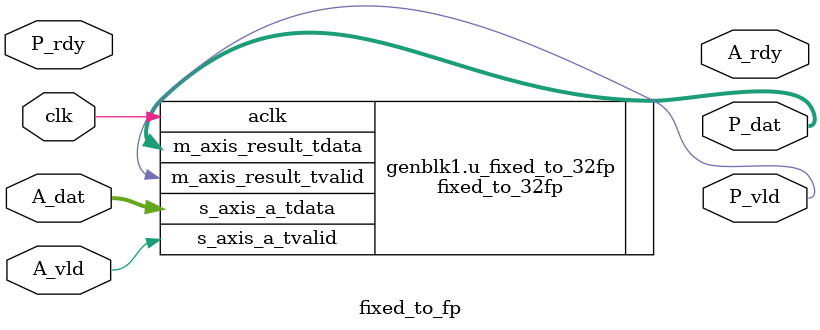
<source format=sv>
`timescale 1ns / 1ps


module fixed_to_fp
	#(
		parameter WIDTH = 32
  )
  (
    input                       clk,
    input                       A_vld,
    input   [WIDTH-1:0]       A_dat,
    output                      A_rdy,
    output                      P_vld,
    output  [WIDTH-1:0]       P_dat,
    input                       P_rdy
  );

  generate
    if(WIDTH == 32)  
    begin
      fixed_to_32fp u_fixed_to_32fp (
        .aclk(clk),                                  // input wire aclk
        .s_axis_a_tvalid(A_vld),            // input wire s_axis_a_tvalid
        //.s_axis_a_tready(A_rdy),            // output wire s_axis_a_tready
        .s_axis_a_tdata(A_dat),              // input wire [31 : 0] s_axis_a_tdata
        .m_axis_result_tvalid(P_vld),  // output wire m_axis_result_tvalid
        //.m_axis_result_tready(P_rdy),  // input wire m_axis_result_tready
        .m_axis_result_tdata(P_dat)    // output wire [31 : 0] m_axis_result_tdata
      );     
    end
    else if(WIDTH == 16)  
    begin
      fixed_to_16fp u_fixed_to_16fp (
        .aclk(clk),                                  // input wire aclk
        .s_axis_a_tvalid(A_vld),            // input wire s_axis_a_tvalid
        //.s_axis_a_tready(A_rdy),            // output wire s_axis_a_tready
        .s_axis_a_tdata(A_dat),              // input wire [31 : 0] s_axis_a_tdata
        .m_axis_result_tvalid(P_vld),  // output wire m_axis_result_tvalid
        //.m_axis_result_tready(P_rdy),  // input wire m_axis_result_tready
        .m_axis_result_tdata(P_dat)    // output wire [31 : 0] m_axis_result_tdata
      );     
    end
  endgenerate 

endmodule
</source>
